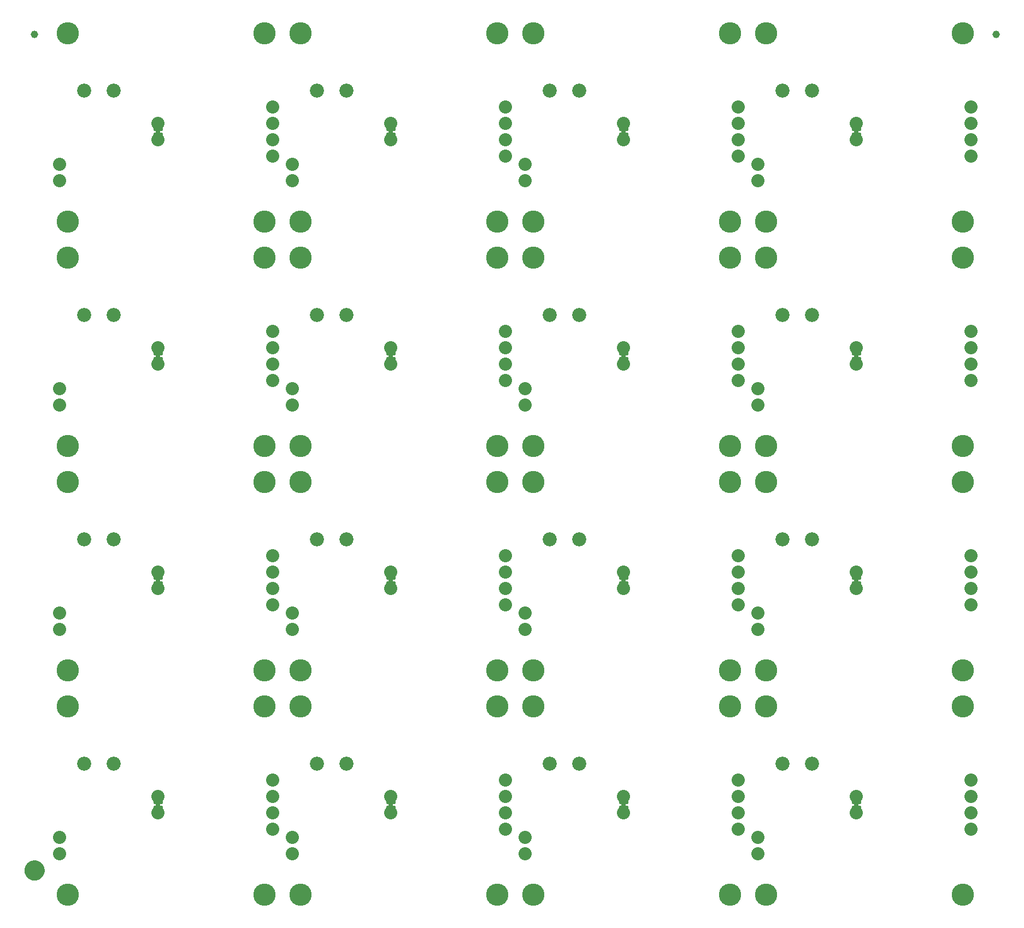
<source format=gbs>
G04 EAGLE Gerber RS-274X export*
G75*
%MOMM*%
%FSLAX34Y34*%
%LPD*%
%INSoldermask Bottom*%
%IPPOS*%
%AMOC8*
5,1,8,0,0,1.08239X$1,22.5*%
G01*
%ADD10C,3.454400*%
%ADD11C,2.184400*%
%ADD12C,2.032000*%
%ADD13C,0.251966*%
%ADD14C,1.152400*%
%ADD15C,1.270000*%
%ADD16C,1.652400*%

G36*
X528639Y1206512D02*
X528639Y1206512D01*
X528705Y1206514D01*
X528748Y1206532D01*
X528795Y1206540D01*
X528852Y1206574D01*
X528912Y1206599D01*
X528947Y1206630D01*
X528988Y1206655D01*
X529030Y1206706D01*
X529078Y1206750D01*
X529100Y1206792D01*
X529129Y1206829D01*
X529150Y1206891D01*
X529181Y1206950D01*
X529189Y1207004D01*
X529201Y1207041D01*
X529200Y1207081D01*
X529208Y1207135D01*
X529208Y1210945D01*
X529197Y1211010D01*
X529195Y1211076D01*
X529177Y1211119D01*
X529169Y1211166D01*
X529135Y1211223D01*
X529110Y1211283D01*
X529079Y1211318D01*
X529054Y1211359D01*
X529003Y1211401D01*
X528959Y1211449D01*
X528917Y1211471D01*
X528880Y1211500D01*
X528818Y1211521D01*
X528759Y1211552D01*
X528705Y1211560D01*
X528668Y1211572D01*
X528628Y1211571D01*
X528574Y1211579D01*
X522986Y1211579D01*
X522921Y1211568D01*
X522855Y1211566D01*
X522812Y1211548D01*
X522765Y1211540D01*
X522708Y1211506D01*
X522648Y1211481D01*
X522613Y1211450D01*
X522572Y1211425D01*
X522531Y1211374D01*
X522482Y1211330D01*
X522460Y1211288D01*
X522431Y1211251D01*
X522410Y1211189D01*
X522379Y1211130D01*
X522371Y1211076D01*
X522359Y1211039D01*
X522359Y1211035D01*
X522359Y1211034D01*
X522360Y1210999D01*
X522352Y1210945D01*
X522352Y1207135D01*
X522363Y1207070D01*
X522365Y1207004D01*
X522383Y1206961D01*
X522391Y1206914D01*
X522425Y1206857D01*
X522450Y1206797D01*
X522481Y1206762D01*
X522506Y1206721D01*
X522557Y1206680D01*
X522601Y1206631D01*
X522643Y1206609D01*
X522680Y1206580D01*
X522742Y1206559D01*
X522801Y1206528D01*
X522855Y1206520D01*
X522892Y1206508D01*
X522932Y1206509D01*
X522986Y1206501D01*
X528574Y1206501D01*
X528639Y1206512D01*
G37*
G36*
X167959Y1206512D02*
X167959Y1206512D01*
X168025Y1206514D01*
X168068Y1206532D01*
X168115Y1206540D01*
X168172Y1206574D01*
X168232Y1206599D01*
X168267Y1206630D01*
X168308Y1206655D01*
X168350Y1206706D01*
X168398Y1206750D01*
X168420Y1206792D01*
X168449Y1206829D01*
X168470Y1206891D01*
X168501Y1206950D01*
X168509Y1207004D01*
X168521Y1207041D01*
X168520Y1207081D01*
X168528Y1207135D01*
X168528Y1210945D01*
X168517Y1211010D01*
X168515Y1211076D01*
X168497Y1211119D01*
X168489Y1211166D01*
X168455Y1211223D01*
X168430Y1211283D01*
X168399Y1211318D01*
X168374Y1211359D01*
X168323Y1211401D01*
X168279Y1211449D01*
X168237Y1211471D01*
X168200Y1211500D01*
X168138Y1211521D01*
X168079Y1211552D01*
X168025Y1211560D01*
X167988Y1211572D01*
X167948Y1211571D01*
X167894Y1211579D01*
X162306Y1211579D01*
X162241Y1211568D01*
X162175Y1211566D01*
X162132Y1211548D01*
X162085Y1211540D01*
X162028Y1211506D01*
X161968Y1211481D01*
X161933Y1211450D01*
X161892Y1211425D01*
X161851Y1211374D01*
X161802Y1211330D01*
X161780Y1211288D01*
X161751Y1211251D01*
X161730Y1211189D01*
X161699Y1211130D01*
X161691Y1211076D01*
X161679Y1211039D01*
X161679Y1211035D01*
X161679Y1211034D01*
X161680Y1210999D01*
X161672Y1210945D01*
X161672Y1207135D01*
X161683Y1207070D01*
X161685Y1207004D01*
X161703Y1206961D01*
X161711Y1206914D01*
X161745Y1206857D01*
X161770Y1206797D01*
X161801Y1206762D01*
X161826Y1206721D01*
X161877Y1206680D01*
X161921Y1206631D01*
X161963Y1206609D01*
X162000Y1206580D01*
X162062Y1206559D01*
X162121Y1206528D01*
X162175Y1206520D01*
X162212Y1206508D01*
X162252Y1206509D01*
X162306Y1206501D01*
X167894Y1206501D01*
X167959Y1206512D01*
G37*
G36*
X1249999Y1206512D02*
X1249999Y1206512D01*
X1250065Y1206514D01*
X1250108Y1206532D01*
X1250155Y1206540D01*
X1250212Y1206574D01*
X1250272Y1206599D01*
X1250307Y1206630D01*
X1250348Y1206655D01*
X1250390Y1206706D01*
X1250438Y1206750D01*
X1250460Y1206792D01*
X1250489Y1206829D01*
X1250510Y1206891D01*
X1250541Y1206950D01*
X1250549Y1207004D01*
X1250561Y1207041D01*
X1250560Y1207081D01*
X1250568Y1207135D01*
X1250568Y1210945D01*
X1250557Y1211010D01*
X1250555Y1211076D01*
X1250537Y1211119D01*
X1250529Y1211166D01*
X1250495Y1211223D01*
X1250470Y1211283D01*
X1250439Y1211318D01*
X1250414Y1211359D01*
X1250363Y1211401D01*
X1250319Y1211449D01*
X1250277Y1211471D01*
X1250240Y1211500D01*
X1250178Y1211521D01*
X1250119Y1211552D01*
X1250065Y1211560D01*
X1250028Y1211572D01*
X1249988Y1211571D01*
X1249934Y1211579D01*
X1244346Y1211579D01*
X1244281Y1211568D01*
X1244215Y1211566D01*
X1244172Y1211548D01*
X1244125Y1211540D01*
X1244068Y1211506D01*
X1244008Y1211481D01*
X1243973Y1211450D01*
X1243932Y1211425D01*
X1243891Y1211374D01*
X1243842Y1211330D01*
X1243820Y1211288D01*
X1243791Y1211251D01*
X1243770Y1211189D01*
X1243739Y1211130D01*
X1243731Y1211076D01*
X1243719Y1211039D01*
X1243719Y1211035D01*
X1243719Y1211034D01*
X1243720Y1210999D01*
X1243712Y1210945D01*
X1243712Y1207135D01*
X1243723Y1207070D01*
X1243725Y1207004D01*
X1243743Y1206961D01*
X1243751Y1206914D01*
X1243785Y1206857D01*
X1243810Y1206797D01*
X1243841Y1206762D01*
X1243866Y1206721D01*
X1243917Y1206680D01*
X1243961Y1206631D01*
X1244003Y1206609D01*
X1244040Y1206580D01*
X1244102Y1206559D01*
X1244161Y1206528D01*
X1244215Y1206520D01*
X1244252Y1206508D01*
X1244292Y1206509D01*
X1244346Y1206501D01*
X1249934Y1206501D01*
X1249999Y1206512D01*
G37*
G36*
X889319Y1206512D02*
X889319Y1206512D01*
X889385Y1206514D01*
X889428Y1206532D01*
X889475Y1206540D01*
X889532Y1206574D01*
X889592Y1206599D01*
X889627Y1206630D01*
X889668Y1206655D01*
X889710Y1206706D01*
X889758Y1206750D01*
X889780Y1206792D01*
X889809Y1206829D01*
X889830Y1206891D01*
X889861Y1206950D01*
X889869Y1207004D01*
X889881Y1207041D01*
X889880Y1207081D01*
X889888Y1207135D01*
X889888Y1210945D01*
X889877Y1211010D01*
X889875Y1211076D01*
X889857Y1211119D01*
X889849Y1211166D01*
X889815Y1211223D01*
X889790Y1211283D01*
X889759Y1211318D01*
X889734Y1211359D01*
X889683Y1211401D01*
X889639Y1211449D01*
X889597Y1211471D01*
X889560Y1211500D01*
X889498Y1211521D01*
X889439Y1211552D01*
X889385Y1211560D01*
X889348Y1211572D01*
X889308Y1211571D01*
X889254Y1211579D01*
X883666Y1211579D01*
X883601Y1211568D01*
X883535Y1211566D01*
X883492Y1211548D01*
X883445Y1211540D01*
X883388Y1211506D01*
X883328Y1211481D01*
X883293Y1211450D01*
X883252Y1211425D01*
X883211Y1211374D01*
X883162Y1211330D01*
X883140Y1211288D01*
X883111Y1211251D01*
X883090Y1211189D01*
X883059Y1211130D01*
X883051Y1211076D01*
X883039Y1211039D01*
X883039Y1211035D01*
X883039Y1211034D01*
X883040Y1210999D01*
X883032Y1210945D01*
X883032Y1207135D01*
X883043Y1207070D01*
X883045Y1207004D01*
X883063Y1206961D01*
X883071Y1206914D01*
X883105Y1206857D01*
X883130Y1206797D01*
X883161Y1206762D01*
X883186Y1206721D01*
X883237Y1206680D01*
X883281Y1206631D01*
X883323Y1206609D01*
X883360Y1206580D01*
X883422Y1206559D01*
X883481Y1206528D01*
X883535Y1206520D01*
X883572Y1206508D01*
X883612Y1206509D01*
X883666Y1206501D01*
X889254Y1206501D01*
X889319Y1206512D01*
G37*
G36*
X1249999Y858532D02*
X1249999Y858532D01*
X1250065Y858534D01*
X1250108Y858552D01*
X1250155Y858560D01*
X1250212Y858594D01*
X1250272Y858619D01*
X1250307Y858650D01*
X1250348Y858675D01*
X1250390Y858726D01*
X1250438Y858770D01*
X1250460Y858812D01*
X1250489Y858849D01*
X1250510Y858911D01*
X1250541Y858970D01*
X1250549Y859024D01*
X1250561Y859061D01*
X1250560Y859101D01*
X1250568Y859155D01*
X1250568Y862965D01*
X1250557Y863030D01*
X1250555Y863096D01*
X1250537Y863139D01*
X1250529Y863186D01*
X1250495Y863243D01*
X1250470Y863303D01*
X1250439Y863338D01*
X1250414Y863379D01*
X1250363Y863421D01*
X1250319Y863469D01*
X1250277Y863491D01*
X1250240Y863520D01*
X1250178Y863541D01*
X1250119Y863572D01*
X1250065Y863580D01*
X1250028Y863592D01*
X1249988Y863591D01*
X1249934Y863599D01*
X1244346Y863599D01*
X1244281Y863588D01*
X1244215Y863586D01*
X1244172Y863568D01*
X1244125Y863560D01*
X1244068Y863526D01*
X1244008Y863501D01*
X1243973Y863470D01*
X1243932Y863445D01*
X1243891Y863394D01*
X1243842Y863350D01*
X1243820Y863308D01*
X1243791Y863271D01*
X1243770Y863209D01*
X1243739Y863150D01*
X1243731Y863096D01*
X1243719Y863059D01*
X1243719Y863055D01*
X1243719Y863054D01*
X1243720Y863019D01*
X1243712Y862965D01*
X1243712Y859155D01*
X1243723Y859090D01*
X1243725Y859024D01*
X1243743Y858981D01*
X1243751Y858934D01*
X1243785Y858877D01*
X1243810Y858817D01*
X1243841Y858782D01*
X1243866Y858741D01*
X1243917Y858700D01*
X1243961Y858651D01*
X1244003Y858629D01*
X1244040Y858600D01*
X1244102Y858579D01*
X1244161Y858548D01*
X1244215Y858540D01*
X1244252Y858528D01*
X1244292Y858529D01*
X1244346Y858521D01*
X1249934Y858521D01*
X1249999Y858532D01*
G37*
G36*
X889319Y858532D02*
X889319Y858532D01*
X889385Y858534D01*
X889428Y858552D01*
X889475Y858560D01*
X889532Y858594D01*
X889592Y858619D01*
X889627Y858650D01*
X889668Y858675D01*
X889710Y858726D01*
X889758Y858770D01*
X889780Y858812D01*
X889809Y858849D01*
X889830Y858911D01*
X889861Y858970D01*
X889869Y859024D01*
X889881Y859061D01*
X889880Y859101D01*
X889888Y859155D01*
X889888Y862965D01*
X889877Y863030D01*
X889875Y863096D01*
X889857Y863139D01*
X889849Y863186D01*
X889815Y863243D01*
X889790Y863303D01*
X889759Y863338D01*
X889734Y863379D01*
X889683Y863421D01*
X889639Y863469D01*
X889597Y863491D01*
X889560Y863520D01*
X889498Y863541D01*
X889439Y863572D01*
X889385Y863580D01*
X889348Y863592D01*
X889308Y863591D01*
X889254Y863599D01*
X883666Y863599D01*
X883601Y863588D01*
X883535Y863586D01*
X883492Y863568D01*
X883445Y863560D01*
X883388Y863526D01*
X883328Y863501D01*
X883293Y863470D01*
X883252Y863445D01*
X883211Y863394D01*
X883162Y863350D01*
X883140Y863308D01*
X883111Y863271D01*
X883090Y863209D01*
X883059Y863150D01*
X883051Y863096D01*
X883039Y863059D01*
X883039Y863055D01*
X883039Y863054D01*
X883040Y863019D01*
X883032Y862965D01*
X883032Y859155D01*
X883043Y859090D01*
X883045Y859024D01*
X883063Y858981D01*
X883071Y858934D01*
X883105Y858877D01*
X883130Y858817D01*
X883161Y858782D01*
X883186Y858741D01*
X883237Y858700D01*
X883281Y858651D01*
X883323Y858629D01*
X883360Y858600D01*
X883422Y858579D01*
X883481Y858548D01*
X883535Y858540D01*
X883572Y858528D01*
X883612Y858529D01*
X883666Y858521D01*
X889254Y858521D01*
X889319Y858532D01*
G37*
G36*
X528639Y858532D02*
X528639Y858532D01*
X528705Y858534D01*
X528748Y858552D01*
X528795Y858560D01*
X528852Y858594D01*
X528912Y858619D01*
X528947Y858650D01*
X528988Y858675D01*
X529030Y858726D01*
X529078Y858770D01*
X529100Y858812D01*
X529129Y858849D01*
X529150Y858911D01*
X529181Y858970D01*
X529189Y859024D01*
X529201Y859061D01*
X529200Y859101D01*
X529208Y859155D01*
X529208Y862965D01*
X529197Y863030D01*
X529195Y863096D01*
X529177Y863139D01*
X529169Y863186D01*
X529135Y863243D01*
X529110Y863303D01*
X529079Y863338D01*
X529054Y863379D01*
X529003Y863421D01*
X528959Y863469D01*
X528917Y863491D01*
X528880Y863520D01*
X528818Y863541D01*
X528759Y863572D01*
X528705Y863580D01*
X528668Y863592D01*
X528628Y863591D01*
X528574Y863599D01*
X522986Y863599D01*
X522921Y863588D01*
X522855Y863586D01*
X522812Y863568D01*
X522765Y863560D01*
X522708Y863526D01*
X522648Y863501D01*
X522613Y863470D01*
X522572Y863445D01*
X522531Y863394D01*
X522482Y863350D01*
X522460Y863308D01*
X522431Y863271D01*
X522410Y863209D01*
X522379Y863150D01*
X522371Y863096D01*
X522359Y863059D01*
X522359Y863055D01*
X522359Y863054D01*
X522360Y863019D01*
X522352Y862965D01*
X522352Y859155D01*
X522363Y859090D01*
X522365Y859024D01*
X522383Y858981D01*
X522391Y858934D01*
X522425Y858877D01*
X522450Y858817D01*
X522481Y858782D01*
X522506Y858741D01*
X522557Y858700D01*
X522601Y858651D01*
X522643Y858629D01*
X522680Y858600D01*
X522742Y858579D01*
X522801Y858548D01*
X522855Y858540D01*
X522892Y858528D01*
X522932Y858529D01*
X522986Y858521D01*
X528574Y858521D01*
X528639Y858532D01*
G37*
G36*
X167959Y858532D02*
X167959Y858532D01*
X168025Y858534D01*
X168068Y858552D01*
X168115Y858560D01*
X168172Y858594D01*
X168232Y858619D01*
X168267Y858650D01*
X168308Y858675D01*
X168350Y858726D01*
X168398Y858770D01*
X168420Y858812D01*
X168449Y858849D01*
X168470Y858911D01*
X168501Y858970D01*
X168509Y859024D01*
X168521Y859061D01*
X168520Y859101D01*
X168528Y859155D01*
X168528Y862965D01*
X168517Y863030D01*
X168515Y863096D01*
X168497Y863139D01*
X168489Y863186D01*
X168455Y863243D01*
X168430Y863303D01*
X168399Y863338D01*
X168374Y863379D01*
X168323Y863421D01*
X168279Y863469D01*
X168237Y863491D01*
X168200Y863520D01*
X168138Y863541D01*
X168079Y863572D01*
X168025Y863580D01*
X167988Y863592D01*
X167948Y863591D01*
X167894Y863599D01*
X162306Y863599D01*
X162241Y863588D01*
X162175Y863586D01*
X162132Y863568D01*
X162085Y863560D01*
X162028Y863526D01*
X161968Y863501D01*
X161933Y863470D01*
X161892Y863445D01*
X161851Y863394D01*
X161802Y863350D01*
X161780Y863308D01*
X161751Y863271D01*
X161730Y863209D01*
X161699Y863150D01*
X161691Y863096D01*
X161679Y863059D01*
X161679Y863055D01*
X161679Y863054D01*
X161680Y863019D01*
X161672Y862965D01*
X161672Y859155D01*
X161683Y859090D01*
X161685Y859024D01*
X161703Y858981D01*
X161711Y858934D01*
X161745Y858877D01*
X161770Y858817D01*
X161801Y858782D01*
X161826Y858741D01*
X161877Y858700D01*
X161921Y858651D01*
X161963Y858629D01*
X162000Y858600D01*
X162062Y858579D01*
X162121Y858548D01*
X162175Y858540D01*
X162212Y858528D01*
X162252Y858529D01*
X162306Y858521D01*
X167894Y858521D01*
X167959Y858532D01*
G37*
G36*
X1249999Y510552D02*
X1249999Y510552D01*
X1250065Y510554D01*
X1250108Y510572D01*
X1250155Y510580D01*
X1250212Y510614D01*
X1250272Y510639D01*
X1250307Y510670D01*
X1250348Y510695D01*
X1250390Y510746D01*
X1250438Y510790D01*
X1250460Y510832D01*
X1250489Y510869D01*
X1250510Y510931D01*
X1250541Y510990D01*
X1250549Y511044D01*
X1250561Y511081D01*
X1250560Y511121D01*
X1250568Y511175D01*
X1250568Y514985D01*
X1250557Y515050D01*
X1250555Y515116D01*
X1250537Y515159D01*
X1250529Y515206D01*
X1250495Y515263D01*
X1250470Y515323D01*
X1250439Y515358D01*
X1250414Y515399D01*
X1250363Y515441D01*
X1250319Y515489D01*
X1250277Y515511D01*
X1250240Y515540D01*
X1250178Y515561D01*
X1250119Y515592D01*
X1250065Y515600D01*
X1250028Y515612D01*
X1249988Y515611D01*
X1249934Y515619D01*
X1244346Y515619D01*
X1244281Y515608D01*
X1244215Y515606D01*
X1244172Y515588D01*
X1244125Y515580D01*
X1244068Y515546D01*
X1244008Y515521D01*
X1243973Y515490D01*
X1243932Y515465D01*
X1243891Y515414D01*
X1243842Y515370D01*
X1243820Y515328D01*
X1243791Y515291D01*
X1243770Y515229D01*
X1243739Y515170D01*
X1243731Y515116D01*
X1243719Y515079D01*
X1243719Y515075D01*
X1243719Y515074D01*
X1243720Y515039D01*
X1243712Y514985D01*
X1243712Y511175D01*
X1243723Y511110D01*
X1243725Y511044D01*
X1243743Y511001D01*
X1243751Y510954D01*
X1243785Y510897D01*
X1243810Y510837D01*
X1243841Y510802D01*
X1243866Y510761D01*
X1243917Y510720D01*
X1243961Y510671D01*
X1244003Y510649D01*
X1244040Y510620D01*
X1244102Y510599D01*
X1244161Y510568D01*
X1244215Y510560D01*
X1244252Y510548D01*
X1244292Y510549D01*
X1244346Y510541D01*
X1249934Y510541D01*
X1249999Y510552D01*
G37*
G36*
X889319Y510552D02*
X889319Y510552D01*
X889385Y510554D01*
X889428Y510572D01*
X889475Y510580D01*
X889532Y510614D01*
X889592Y510639D01*
X889627Y510670D01*
X889668Y510695D01*
X889710Y510746D01*
X889758Y510790D01*
X889780Y510832D01*
X889809Y510869D01*
X889830Y510931D01*
X889861Y510990D01*
X889869Y511044D01*
X889881Y511081D01*
X889880Y511121D01*
X889888Y511175D01*
X889888Y514985D01*
X889877Y515050D01*
X889875Y515116D01*
X889857Y515159D01*
X889849Y515206D01*
X889815Y515263D01*
X889790Y515323D01*
X889759Y515358D01*
X889734Y515399D01*
X889683Y515441D01*
X889639Y515489D01*
X889597Y515511D01*
X889560Y515540D01*
X889498Y515561D01*
X889439Y515592D01*
X889385Y515600D01*
X889348Y515612D01*
X889308Y515611D01*
X889254Y515619D01*
X883666Y515619D01*
X883601Y515608D01*
X883535Y515606D01*
X883492Y515588D01*
X883445Y515580D01*
X883388Y515546D01*
X883328Y515521D01*
X883293Y515490D01*
X883252Y515465D01*
X883211Y515414D01*
X883162Y515370D01*
X883140Y515328D01*
X883111Y515291D01*
X883090Y515229D01*
X883059Y515170D01*
X883051Y515116D01*
X883039Y515079D01*
X883039Y515075D01*
X883039Y515074D01*
X883040Y515039D01*
X883032Y514985D01*
X883032Y511175D01*
X883043Y511110D01*
X883045Y511044D01*
X883063Y511001D01*
X883071Y510954D01*
X883105Y510897D01*
X883130Y510837D01*
X883161Y510802D01*
X883186Y510761D01*
X883237Y510720D01*
X883281Y510671D01*
X883323Y510649D01*
X883360Y510620D01*
X883422Y510599D01*
X883481Y510568D01*
X883535Y510560D01*
X883572Y510548D01*
X883612Y510549D01*
X883666Y510541D01*
X889254Y510541D01*
X889319Y510552D01*
G37*
G36*
X528639Y510552D02*
X528639Y510552D01*
X528705Y510554D01*
X528748Y510572D01*
X528795Y510580D01*
X528852Y510614D01*
X528912Y510639D01*
X528947Y510670D01*
X528988Y510695D01*
X529030Y510746D01*
X529078Y510790D01*
X529100Y510832D01*
X529129Y510869D01*
X529150Y510931D01*
X529181Y510990D01*
X529189Y511044D01*
X529201Y511081D01*
X529200Y511121D01*
X529208Y511175D01*
X529208Y514985D01*
X529197Y515050D01*
X529195Y515116D01*
X529177Y515159D01*
X529169Y515206D01*
X529135Y515263D01*
X529110Y515323D01*
X529079Y515358D01*
X529054Y515399D01*
X529003Y515441D01*
X528959Y515489D01*
X528917Y515511D01*
X528880Y515540D01*
X528818Y515561D01*
X528759Y515592D01*
X528705Y515600D01*
X528668Y515612D01*
X528628Y515611D01*
X528574Y515619D01*
X522986Y515619D01*
X522921Y515608D01*
X522855Y515606D01*
X522812Y515588D01*
X522765Y515580D01*
X522708Y515546D01*
X522648Y515521D01*
X522613Y515490D01*
X522572Y515465D01*
X522531Y515414D01*
X522482Y515370D01*
X522460Y515328D01*
X522431Y515291D01*
X522410Y515229D01*
X522379Y515170D01*
X522371Y515116D01*
X522359Y515079D01*
X522359Y515075D01*
X522359Y515074D01*
X522360Y515039D01*
X522352Y514985D01*
X522352Y511175D01*
X522363Y511110D01*
X522365Y511044D01*
X522383Y511001D01*
X522391Y510954D01*
X522425Y510897D01*
X522450Y510837D01*
X522481Y510802D01*
X522506Y510761D01*
X522557Y510720D01*
X522601Y510671D01*
X522643Y510649D01*
X522680Y510620D01*
X522742Y510599D01*
X522801Y510568D01*
X522855Y510560D01*
X522892Y510548D01*
X522932Y510549D01*
X522986Y510541D01*
X528574Y510541D01*
X528639Y510552D01*
G37*
G36*
X167959Y510552D02*
X167959Y510552D01*
X168025Y510554D01*
X168068Y510572D01*
X168115Y510580D01*
X168172Y510614D01*
X168232Y510639D01*
X168267Y510670D01*
X168308Y510695D01*
X168350Y510746D01*
X168398Y510790D01*
X168420Y510832D01*
X168449Y510869D01*
X168470Y510931D01*
X168501Y510990D01*
X168509Y511044D01*
X168521Y511081D01*
X168520Y511121D01*
X168528Y511175D01*
X168528Y514985D01*
X168517Y515050D01*
X168515Y515116D01*
X168497Y515159D01*
X168489Y515206D01*
X168455Y515263D01*
X168430Y515323D01*
X168399Y515358D01*
X168374Y515399D01*
X168323Y515441D01*
X168279Y515489D01*
X168237Y515511D01*
X168200Y515540D01*
X168138Y515561D01*
X168079Y515592D01*
X168025Y515600D01*
X167988Y515612D01*
X167948Y515611D01*
X167894Y515619D01*
X162306Y515619D01*
X162241Y515608D01*
X162175Y515606D01*
X162132Y515588D01*
X162085Y515580D01*
X162028Y515546D01*
X161968Y515521D01*
X161933Y515490D01*
X161892Y515465D01*
X161851Y515414D01*
X161802Y515370D01*
X161780Y515328D01*
X161751Y515291D01*
X161730Y515229D01*
X161699Y515170D01*
X161691Y515116D01*
X161679Y515079D01*
X161679Y515075D01*
X161679Y515074D01*
X161680Y515039D01*
X161672Y514985D01*
X161672Y511175D01*
X161683Y511110D01*
X161685Y511044D01*
X161703Y511001D01*
X161711Y510954D01*
X161745Y510897D01*
X161770Y510837D01*
X161801Y510802D01*
X161826Y510761D01*
X161877Y510720D01*
X161921Y510671D01*
X161963Y510649D01*
X162000Y510620D01*
X162062Y510599D01*
X162121Y510568D01*
X162175Y510560D01*
X162212Y510548D01*
X162252Y510549D01*
X162306Y510541D01*
X167894Y510541D01*
X167959Y510552D01*
G37*
G36*
X1249999Y162572D02*
X1249999Y162572D01*
X1250065Y162574D01*
X1250108Y162592D01*
X1250155Y162600D01*
X1250212Y162634D01*
X1250272Y162659D01*
X1250307Y162690D01*
X1250348Y162715D01*
X1250390Y162766D01*
X1250438Y162810D01*
X1250460Y162852D01*
X1250489Y162889D01*
X1250510Y162951D01*
X1250541Y163010D01*
X1250549Y163064D01*
X1250561Y163101D01*
X1250560Y163141D01*
X1250568Y163195D01*
X1250568Y167005D01*
X1250557Y167070D01*
X1250555Y167136D01*
X1250537Y167179D01*
X1250529Y167226D01*
X1250495Y167283D01*
X1250470Y167343D01*
X1250439Y167378D01*
X1250414Y167419D01*
X1250363Y167461D01*
X1250319Y167509D01*
X1250277Y167531D01*
X1250240Y167560D01*
X1250178Y167581D01*
X1250119Y167612D01*
X1250065Y167620D01*
X1250028Y167632D01*
X1249988Y167631D01*
X1249934Y167639D01*
X1244346Y167639D01*
X1244281Y167628D01*
X1244215Y167626D01*
X1244172Y167608D01*
X1244125Y167600D01*
X1244068Y167566D01*
X1244008Y167541D01*
X1243973Y167510D01*
X1243932Y167485D01*
X1243891Y167434D01*
X1243842Y167390D01*
X1243820Y167348D01*
X1243791Y167311D01*
X1243770Y167249D01*
X1243739Y167190D01*
X1243731Y167136D01*
X1243719Y167099D01*
X1243719Y167095D01*
X1243719Y167094D01*
X1243720Y167059D01*
X1243712Y167005D01*
X1243712Y163195D01*
X1243723Y163130D01*
X1243725Y163064D01*
X1243743Y163021D01*
X1243751Y162974D01*
X1243785Y162917D01*
X1243810Y162857D01*
X1243841Y162822D01*
X1243866Y162781D01*
X1243917Y162740D01*
X1243961Y162691D01*
X1244003Y162669D01*
X1244040Y162640D01*
X1244102Y162619D01*
X1244161Y162588D01*
X1244215Y162580D01*
X1244252Y162568D01*
X1244292Y162569D01*
X1244346Y162561D01*
X1249934Y162561D01*
X1249999Y162572D01*
G37*
G36*
X889319Y162572D02*
X889319Y162572D01*
X889385Y162574D01*
X889428Y162592D01*
X889475Y162600D01*
X889532Y162634D01*
X889592Y162659D01*
X889627Y162690D01*
X889668Y162715D01*
X889710Y162766D01*
X889758Y162810D01*
X889780Y162852D01*
X889809Y162889D01*
X889830Y162951D01*
X889861Y163010D01*
X889869Y163064D01*
X889881Y163101D01*
X889880Y163141D01*
X889888Y163195D01*
X889888Y167005D01*
X889877Y167070D01*
X889875Y167136D01*
X889857Y167179D01*
X889849Y167226D01*
X889815Y167283D01*
X889790Y167343D01*
X889759Y167378D01*
X889734Y167419D01*
X889683Y167461D01*
X889639Y167509D01*
X889597Y167531D01*
X889560Y167560D01*
X889498Y167581D01*
X889439Y167612D01*
X889385Y167620D01*
X889348Y167632D01*
X889308Y167631D01*
X889254Y167639D01*
X883666Y167639D01*
X883601Y167628D01*
X883535Y167626D01*
X883492Y167608D01*
X883445Y167600D01*
X883388Y167566D01*
X883328Y167541D01*
X883293Y167510D01*
X883252Y167485D01*
X883211Y167434D01*
X883162Y167390D01*
X883140Y167348D01*
X883111Y167311D01*
X883090Y167249D01*
X883059Y167190D01*
X883051Y167136D01*
X883039Y167099D01*
X883039Y167095D01*
X883039Y167094D01*
X883040Y167059D01*
X883032Y167005D01*
X883032Y163195D01*
X883043Y163130D01*
X883045Y163064D01*
X883063Y163021D01*
X883071Y162974D01*
X883105Y162917D01*
X883130Y162857D01*
X883161Y162822D01*
X883186Y162781D01*
X883237Y162740D01*
X883281Y162691D01*
X883323Y162669D01*
X883360Y162640D01*
X883422Y162619D01*
X883481Y162588D01*
X883535Y162580D01*
X883572Y162568D01*
X883612Y162569D01*
X883666Y162561D01*
X889254Y162561D01*
X889319Y162572D01*
G37*
G36*
X528639Y162572D02*
X528639Y162572D01*
X528705Y162574D01*
X528748Y162592D01*
X528795Y162600D01*
X528852Y162634D01*
X528912Y162659D01*
X528947Y162690D01*
X528988Y162715D01*
X529030Y162766D01*
X529078Y162810D01*
X529100Y162852D01*
X529129Y162889D01*
X529150Y162951D01*
X529181Y163010D01*
X529189Y163064D01*
X529201Y163101D01*
X529200Y163141D01*
X529208Y163195D01*
X529208Y167005D01*
X529197Y167070D01*
X529195Y167136D01*
X529177Y167179D01*
X529169Y167226D01*
X529135Y167283D01*
X529110Y167343D01*
X529079Y167378D01*
X529054Y167419D01*
X529003Y167461D01*
X528959Y167509D01*
X528917Y167531D01*
X528880Y167560D01*
X528818Y167581D01*
X528759Y167612D01*
X528705Y167620D01*
X528668Y167632D01*
X528628Y167631D01*
X528574Y167639D01*
X522986Y167639D01*
X522921Y167628D01*
X522855Y167626D01*
X522812Y167608D01*
X522765Y167600D01*
X522708Y167566D01*
X522648Y167541D01*
X522613Y167510D01*
X522572Y167485D01*
X522531Y167434D01*
X522482Y167390D01*
X522460Y167348D01*
X522431Y167311D01*
X522410Y167249D01*
X522379Y167190D01*
X522371Y167136D01*
X522359Y167099D01*
X522359Y167095D01*
X522359Y167094D01*
X522360Y167059D01*
X522352Y167005D01*
X522352Y163195D01*
X522363Y163130D01*
X522365Y163064D01*
X522383Y163021D01*
X522391Y162974D01*
X522425Y162917D01*
X522450Y162857D01*
X522481Y162822D01*
X522506Y162781D01*
X522557Y162740D01*
X522601Y162691D01*
X522643Y162669D01*
X522680Y162640D01*
X522742Y162619D01*
X522801Y162588D01*
X522855Y162580D01*
X522892Y162568D01*
X522932Y162569D01*
X522986Y162561D01*
X528574Y162561D01*
X528639Y162572D01*
G37*
G36*
X167959Y162572D02*
X167959Y162572D01*
X168025Y162574D01*
X168068Y162592D01*
X168115Y162600D01*
X168172Y162634D01*
X168232Y162659D01*
X168267Y162690D01*
X168308Y162715D01*
X168350Y162766D01*
X168398Y162810D01*
X168420Y162852D01*
X168449Y162889D01*
X168470Y162951D01*
X168501Y163010D01*
X168509Y163064D01*
X168521Y163101D01*
X168520Y163141D01*
X168528Y163195D01*
X168528Y167005D01*
X168517Y167070D01*
X168515Y167136D01*
X168497Y167179D01*
X168489Y167226D01*
X168455Y167283D01*
X168430Y167343D01*
X168399Y167378D01*
X168374Y167419D01*
X168323Y167461D01*
X168279Y167509D01*
X168237Y167531D01*
X168200Y167560D01*
X168138Y167581D01*
X168079Y167612D01*
X168025Y167620D01*
X167988Y167632D01*
X167948Y167631D01*
X167894Y167639D01*
X162306Y167639D01*
X162241Y167628D01*
X162175Y167626D01*
X162132Y167608D01*
X162085Y167600D01*
X162028Y167566D01*
X161968Y167541D01*
X161933Y167510D01*
X161892Y167485D01*
X161851Y167434D01*
X161802Y167390D01*
X161780Y167348D01*
X161751Y167311D01*
X161730Y167249D01*
X161699Y167190D01*
X161691Y167136D01*
X161679Y167099D01*
X161679Y167095D01*
X161679Y167094D01*
X161680Y167059D01*
X161672Y167005D01*
X161672Y163195D01*
X161683Y163130D01*
X161685Y163064D01*
X161703Y163021D01*
X161711Y162974D01*
X161745Y162917D01*
X161770Y162857D01*
X161801Y162822D01*
X161826Y162781D01*
X161877Y162740D01*
X161921Y162691D01*
X161963Y162669D01*
X162000Y162640D01*
X162062Y162619D01*
X162121Y162588D01*
X162175Y162580D01*
X162212Y162568D01*
X162252Y162569D01*
X162306Y162561D01*
X167894Y162561D01*
X167959Y162572D01*
G37*
D10*
X25400Y25400D03*
X330200Y25400D03*
X330200Y317500D03*
X25400Y317500D03*
D11*
X50800Y228600D03*
X96520Y228600D03*
D12*
X342900Y203200D03*
X342900Y177800D03*
X342900Y152400D03*
X342900Y127000D03*
X12700Y88900D03*
X12700Y114300D03*
D13*
X159248Y167503D02*
X159248Y172857D01*
X170952Y172857D01*
X170952Y167503D01*
X159248Y167503D01*
X159248Y169897D02*
X170952Y169897D01*
X170952Y172291D02*
X159248Y172291D01*
X159248Y162697D02*
X159248Y157343D01*
X159248Y162697D02*
X170952Y162697D01*
X170952Y157343D01*
X159248Y157343D01*
X159248Y159737D02*
X170952Y159737D01*
X170952Y162131D02*
X159248Y162131D01*
D12*
X165100Y177800D03*
X165100Y152400D03*
D10*
X386080Y25400D03*
X690880Y25400D03*
X690880Y317500D03*
X386080Y317500D03*
D11*
X411480Y228600D03*
X457200Y228600D03*
D12*
X703580Y203200D03*
X703580Y177800D03*
X703580Y152400D03*
X703580Y127000D03*
X373380Y88900D03*
X373380Y114300D03*
D13*
X519928Y167503D02*
X519928Y172857D01*
X531632Y172857D01*
X531632Y167503D01*
X519928Y167503D01*
X519928Y169897D02*
X531632Y169897D01*
X531632Y172291D02*
X519928Y172291D01*
X519928Y162697D02*
X519928Y157343D01*
X519928Y162697D02*
X531632Y162697D01*
X531632Y157343D01*
X519928Y157343D01*
X519928Y159737D02*
X531632Y159737D01*
X531632Y162131D02*
X519928Y162131D01*
D12*
X525780Y177800D03*
X525780Y152400D03*
D10*
X746760Y25400D03*
X1051560Y25400D03*
X1051560Y317500D03*
X746760Y317500D03*
D11*
X772160Y228600D03*
X817880Y228600D03*
D12*
X1064260Y203200D03*
X1064260Y177800D03*
X1064260Y152400D03*
X1064260Y127000D03*
X734060Y88900D03*
X734060Y114300D03*
D13*
X880608Y167503D02*
X880608Y172857D01*
X892312Y172857D01*
X892312Y167503D01*
X880608Y167503D01*
X880608Y169897D02*
X892312Y169897D01*
X892312Y172291D02*
X880608Y172291D01*
X880608Y162697D02*
X880608Y157343D01*
X880608Y162697D02*
X892312Y162697D01*
X892312Y157343D01*
X880608Y157343D01*
X880608Y159737D02*
X892312Y159737D01*
X892312Y162131D02*
X880608Y162131D01*
D12*
X886460Y177800D03*
X886460Y152400D03*
D10*
X1107440Y25400D03*
X1412240Y25400D03*
X1412240Y317500D03*
X1107440Y317500D03*
D11*
X1132840Y228600D03*
X1178560Y228600D03*
D12*
X1424940Y203200D03*
X1424940Y177800D03*
X1424940Y152400D03*
X1424940Y127000D03*
X1094740Y88900D03*
X1094740Y114300D03*
D13*
X1241288Y167503D02*
X1241288Y172857D01*
X1252992Y172857D01*
X1252992Y167503D01*
X1241288Y167503D01*
X1241288Y169897D02*
X1252992Y169897D01*
X1252992Y172291D02*
X1241288Y172291D01*
X1241288Y162697D02*
X1241288Y157343D01*
X1241288Y162697D02*
X1252992Y162697D01*
X1252992Y157343D01*
X1241288Y157343D01*
X1241288Y159737D02*
X1252992Y159737D01*
X1252992Y162131D02*
X1241288Y162131D01*
D12*
X1247140Y177800D03*
X1247140Y152400D03*
D10*
X25400Y373380D03*
X330200Y373380D03*
X330200Y665480D03*
X25400Y665480D03*
D11*
X50800Y576580D03*
X96520Y576580D03*
D12*
X342900Y551180D03*
X342900Y525780D03*
X342900Y500380D03*
X342900Y474980D03*
X12700Y436880D03*
X12700Y462280D03*
D13*
X159248Y515483D02*
X159248Y520837D01*
X170952Y520837D01*
X170952Y515483D01*
X159248Y515483D01*
X159248Y517877D02*
X170952Y517877D01*
X170952Y520271D02*
X159248Y520271D01*
X159248Y510677D02*
X159248Y505323D01*
X159248Y510677D02*
X170952Y510677D01*
X170952Y505323D01*
X159248Y505323D01*
X159248Y507717D02*
X170952Y507717D01*
X170952Y510111D02*
X159248Y510111D01*
D12*
X165100Y525780D03*
X165100Y500380D03*
D10*
X386080Y373380D03*
X690880Y373380D03*
X690880Y665480D03*
X386080Y665480D03*
D11*
X411480Y576580D03*
X457200Y576580D03*
D12*
X703580Y551180D03*
X703580Y525780D03*
X703580Y500380D03*
X703580Y474980D03*
X373380Y436880D03*
X373380Y462280D03*
D13*
X519928Y515483D02*
X519928Y520837D01*
X531632Y520837D01*
X531632Y515483D01*
X519928Y515483D01*
X519928Y517877D02*
X531632Y517877D01*
X531632Y520271D02*
X519928Y520271D01*
X519928Y510677D02*
X519928Y505323D01*
X519928Y510677D02*
X531632Y510677D01*
X531632Y505323D01*
X519928Y505323D01*
X519928Y507717D02*
X531632Y507717D01*
X531632Y510111D02*
X519928Y510111D01*
D12*
X525780Y525780D03*
X525780Y500380D03*
D10*
X746760Y373380D03*
X1051560Y373380D03*
X1051560Y665480D03*
X746760Y665480D03*
D11*
X772160Y576580D03*
X817880Y576580D03*
D12*
X1064260Y551180D03*
X1064260Y525780D03*
X1064260Y500380D03*
X1064260Y474980D03*
X734060Y436880D03*
X734060Y462280D03*
D13*
X880608Y515483D02*
X880608Y520837D01*
X892312Y520837D01*
X892312Y515483D01*
X880608Y515483D01*
X880608Y517877D02*
X892312Y517877D01*
X892312Y520271D02*
X880608Y520271D01*
X880608Y510677D02*
X880608Y505323D01*
X880608Y510677D02*
X892312Y510677D01*
X892312Y505323D01*
X880608Y505323D01*
X880608Y507717D02*
X892312Y507717D01*
X892312Y510111D02*
X880608Y510111D01*
D12*
X886460Y525780D03*
X886460Y500380D03*
D10*
X1107440Y373380D03*
X1412240Y373380D03*
X1412240Y665480D03*
X1107440Y665480D03*
D11*
X1132840Y576580D03*
X1178560Y576580D03*
D12*
X1424940Y551180D03*
X1424940Y525780D03*
X1424940Y500380D03*
X1424940Y474980D03*
X1094740Y436880D03*
X1094740Y462280D03*
D13*
X1241288Y515483D02*
X1241288Y520837D01*
X1252992Y520837D01*
X1252992Y515483D01*
X1241288Y515483D01*
X1241288Y517877D02*
X1252992Y517877D01*
X1252992Y520271D02*
X1241288Y520271D01*
X1241288Y510677D02*
X1241288Y505323D01*
X1241288Y510677D02*
X1252992Y510677D01*
X1252992Y505323D01*
X1241288Y505323D01*
X1241288Y507717D02*
X1252992Y507717D01*
X1252992Y510111D02*
X1241288Y510111D01*
D12*
X1247140Y525780D03*
X1247140Y500380D03*
D10*
X25400Y721360D03*
X330200Y721360D03*
X330200Y1013460D03*
X25400Y1013460D03*
D11*
X50800Y924560D03*
X96520Y924560D03*
D12*
X342900Y899160D03*
X342900Y873760D03*
X342900Y848360D03*
X342900Y822960D03*
X12700Y784860D03*
X12700Y810260D03*
D13*
X159248Y863463D02*
X159248Y868817D01*
X170952Y868817D01*
X170952Y863463D01*
X159248Y863463D01*
X159248Y865857D02*
X170952Y865857D01*
X170952Y868251D02*
X159248Y868251D01*
X159248Y858657D02*
X159248Y853303D01*
X159248Y858657D02*
X170952Y858657D01*
X170952Y853303D01*
X159248Y853303D01*
X159248Y855697D02*
X170952Y855697D01*
X170952Y858091D02*
X159248Y858091D01*
D12*
X165100Y873760D03*
X165100Y848360D03*
D10*
X386080Y721360D03*
X690880Y721360D03*
X690880Y1013460D03*
X386080Y1013460D03*
D11*
X411480Y924560D03*
X457200Y924560D03*
D12*
X703580Y899160D03*
X703580Y873760D03*
X703580Y848360D03*
X703580Y822960D03*
X373380Y784860D03*
X373380Y810260D03*
D13*
X519928Y863463D02*
X519928Y868817D01*
X531632Y868817D01*
X531632Y863463D01*
X519928Y863463D01*
X519928Y865857D02*
X531632Y865857D01*
X531632Y868251D02*
X519928Y868251D01*
X519928Y858657D02*
X519928Y853303D01*
X519928Y858657D02*
X531632Y858657D01*
X531632Y853303D01*
X519928Y853303D01*
X519928Y855697D02*
X531632Y855697D01*
X531632Y858091D02*
X519928Y858091D01*
D12*
X525780Y873760D03*
X525780Y848360D03*
D10*
X746760Y721360D03*
X1051560Y721360D03*
X1051560Y1013460D03*
X746760Y1013460D03*
D11*
X772160Y924560D03*
X817880Y924560D03*
D12*
X1064260Y899160D03*
X1064260Y873760D03*
X1064260Y848360D03*
X1064260Y822960D03*
X734060Y784860D03*
X734060Y810260D03*
D13*
X880608Y863463D02*
X880608Y868817D01*
X892312Y868817D01*
X892312Y863463D01*
X880608Y863463D01*
X880608Y865857D02*
X892312Y865857D01*
X892312Y868251D02*
X880608Y868251D01*
X880608Y858657D02*
X880608Y853303D01*
X880608Y858657D02*
X892312Y858657D01*
X892312Y853303D01*
X880608Y853303D01*
X880608Y855697D02*
X892312Y855697D01*
X892312Y858091D02*
X880608Y858091D01*
D12*
X886460Y873760D03*
X886460Y848360D03*
D10*
X1107440Y721360D03*
X1412240Y721360D03*
X1412240Y1013460D03*
X1107440Y1013460D03*
D11*
X1132840Y924560D03*
X1178560Y924560D03*
D12*
X1424940Y899160D03*
X1424940Y873760D03*
X1424940Y848360D03*
X1424940Y822960D03*
X1094740Y784860D03*
X1094740Y810260D03*
D13*
X1241288Y863463D02*
X1241288Y868817D01*
X1252992Y868817D01*
X1252992Y863463D01*
X1241288Y863463D01*
X1241288Y865857D02*
X1252992Y865857D01*
X1252992Y868251D02*
X1241288Y868251D01*
X1241288Y858657D02*
X1241288Y853303D01*
X1241288Y858657D02*
X1252992Y858657D01*
X1252992Y853303D01*
X1241288Y853303D01*
X1241288Y855697D02*
X1252992Y855697D01*
X1252992Y858091D02*
X1241288Y858091D01*
D12*
X1247140Y873760D03*
X1247140Y848360D03*
D10*
X25400Y1069340D03*
X330200Y1069340D03*
X330200Y1361440D03*
X25400Y1361440D03*
D11*
X50800Y1272540D03*
X96520Y1272540D03*
D12*
X342900Y1247140D03*
X342900Y1221740D03*
X342900Y1196340D03*
X342900Y1170940D03*
X12700Y1132840D03*
X12700Y1158240D03*
D13*
X159248Y1211443D02*
X159248Y1216797D01*
X170952Y1216797D01*
X170952Y1211443D01*
X159248Y1211443D01*
X159248Y1213837D02*
X170952Y1213837D01*
X170952Y1216231D02*
X159248Y1216231D01*
X159248Y1206637D02*
X159248Y1201283D01*
X159248Y1206637D02*
X170952Y1206637D01*
X170952Y1201283D01*
X159248Y1201283D01*
X159248Y1203677D02*
X170952Y1203677D01*
X170952Y1206071D02*
X159248Y1206071D01*
D12*
X165100Y1221740D03*
X165100Y1196340D03*
D10*
X386080Y1069340D03*
X690880Y1069340D03*
X690880Y1361440D03*
X386080Y1361440D03*
D11*
X411480Y1272540D03*
X457200Y1272540D03*
D12*
X703580Y1247140D03*
X703580Y1221740D03*
X703580Y1196340D03*
X703580Y1170940D03*
X373380Y1132840D03*
X373380Y1158240D03*
D13*
X519928Y1211443D02*
X519928Y1216797D01*
X531632Y1216797D01*
X531632Y1211443D01*
X519928Y1211443D01*
X519928Y1213837D02*
X531632Y1213837D01*
X531632Y1216231D02*
X519928Y1216231D01*
X519928Y1206637D02*
X519928Y1201283D01*
X519928Y1206637D02*
X531632Y1206637D01*
X531632Y1201283D01*
X519928Y1201283D01*
X519928Y1203677D02*
X531632Y1203677D01*
X531632Y1206071D02*
X519928Y1206071D01*
D12*
X525780Y1221740D03*
X525780Y1196340D03*
D10*
X746760Y1069340D03*
X1051560Y1069340D03*
X1051560Y1361440D03*
X746760Y1361440D03*
D11*
X772160Y1272540D03*
X817880Y1272540D03*
D12*
X1064260Y1247140D03*
X1064260Y1221740D03*
X1064260Y1196340D03*
X1064260Y1170940D03*
X734060Y1132840D03*
X734060Y1158240D03*
D13*
X880608Y1211443D02*
X880608Y1216797D01*
X892312Y1216797D01*
X892312Y1211443D01*
X880608Y1211443D01*
X880608Y1213837D02*
X892312Y1213837D01*
X892312Y1216231D02*
X880608Y1216231D01*
X880608Y1206637D02*
X880608Y1201283D01*
X880608Y1206637D02*
X892312Y1206637D01*
X892312Y1201283D01*
X880608Y1201283D01*
X880608Y1203677D02*
X892312Y1203677D01*
X892312Y1206071D02*
X880608Y1206071D01*
D12*
X886460Y1221740D03*
X886460Y1196340D03*
D10*
X1107440Y1069340D03*
X1412240Y1069340D03*
X1412240Y1361440D03*
X1107440Y1361440D03*
D11*
X1132840Y1272540D03*
X1178560Y1272540D03*
D12*
X1424940Y1247140D03*
X1424940Y1221740D03*
X1424940Y1196340D03*
X1424940Y1170940D03*
X1094740Y1132840D03*
X1094740Y1158240D03*
D13*
X1241288Y1211443D02*
X1241288Y1216797D01*
X1252992Y1216797D01*
X1252992Y1211443D01*
X1241288Y1211443D01*
X1241288Y1213837D02*
X1252992Y1213837D01*
X1252992Y1216231D02*
X1241288Y1216231D01*
X1241288Y1206637D02*
X1241288Y1201283D01*
X1241288Y1206637D02*
X1252992Y1206637D01*
X1252992Y1201283D01*
X1241288Y1201283D01*
X1241288Y1203677D02*
X1252992Y1203677D01*
X1252992Y1206071D02*
X1241288Y1206071D01*
D12*
X1247140Y1221740D03*
X1247140Y1196340D03*
D14*
X-26238Y1360170D03*
X1463878Y1360170D03*
D15*
X-35293Y63500D02*
X-35290Y63722D01*
X-35282Y63944D01*
X-35268Y64166D01*
X-35249Y64388D01*
X-35225Y64608D01*
X-35195Y64829D01*
X-35160Y65048D01*
X-35119Y65267D01*
X-35073Y65484D01*
X-35022Y65700D01*
X-34965Y65915D01*
X-34903Y66129D01*
X-34836Y66340D01*
X-34764Y66551D01*
X-34686Y66759D01*
X-34604Y66965D01*
X-34516Y67169D01*
X-34424Y67372D01*
X-34326Y67571D01*
X-34224Y67768D01*
X-34117Y67963D01*
X-34005Y68155D01*
X-33888Y68344D01*
X-33767Y68531D01*
X-33641Y68714D01*
X-33511Y68894D01*
X-33376Y69071D01*
X-33238Y69244D01*
X-33095Y69414D01*
X-32947Y69581D01*
X-32796Y69744D01*
X-32641Y69903D01*
X-32482Y70058D01*
X-32319Y70209D01*
X-32152Y70357D01*
X-31982Y70500D01*
X-31809Y70638D01*
X-31632Y70773D01*
X-31452Y70903D01*
X-31269Y71029D01*
X-31082Y71150D01*
X-30893Y71267D01*
X-30701Y71379D01*
X-30506Y71486D01*
X-30309Y71588D01*
X-30110Y71686D01*
X-29907Y71778D01*
X-29703Y71866D01*
X-29497Y71948D01*
X-29289Y72026D01*
X-29078Y72098D01*
X-28867Y72165D01*
X-28653Y72227D01*
X-28438Y72284D01*
X-28222Y72335D01*
X-28005Y72381D01*
X-27786Y72422D01*
X-27567Y72457D01*
X-27346Y72487D01*
X-27126Y72511D01*
X-26904Y72530D01*
X-26682Y72544D01*
X-26460Y72552D01*
X-26238Y72555D01*
X-26016Y72552D01*
X-25794Y72544D01*
X-25572Y72530D01*
X-25350Y72511D01*
X-25130Y72487D01*
X-24909Y72457D01*
X-24690Y72422D01*
X-24471Y72381D01*
X-24254Y72335D01*
X-24038Y72284D01*
X-23823Y72227D01*
X-23609Y72165D01*
X-23398Y72098D01*
X-23187Y72026D01*
X-22979Y71948D01*
X-22773Y71866D01*
X-22569Y71778D01*
X-22366Y71686D01*
X-22167Y71588D01*
X-21970Y71486D01*
X-21775Y71379D01*
X-21583Y71267D01*
X-21394Y71150D01*
X-21207Y71029D01*
X-21024Y70903D01*
X-20844Y70773D01*
X-20667Y70638D01*
X-20494Y70500D01*
X-20324Y70357D01*
X-20157Y70209D01*
X-19994Y70058D01*
X-19835Y69903D01*
X-19680Y69744D01*
X-19529Y69581D01*
X-19381Y69414D01*
X-19238Y69244D01*
X-19100Y69071D01*
X-18965Y68894D01*
X-18835Y68714D01*
X-18709Y68531D01*
X-18588Y68344D01*
X-18471Y68155D01*
X-18359Y67963D01*
X-18252Y67768D01*
X-18150Y67571D01*
X-18052Y67372D01*
X-17960Y67169D01*
X-17872Y66965D01*
X-17790Y66759D01*
X-17712Y66551D01*
X-17640Y66340D01*
X-17573Y66129D01*
X-17511Y65915D01*
X-17454Y65700D01*
X-17403Y65484D01*
X-17357Y65267D01*
X-17316Y65048D01*
X-17281Y64829D01*
X-17251Y64608D01*
X-17227Y64388D01*
X-17208Y64166D01*
X-17194Y63944D01*
X-17186Y63722D01*
X-17183Y63500D01*
X-17186Y63278D01*
X-17194Y63056D01*
X-17208Y62834D01*
X-17227Y62612D01*
X-17251Y62392D01*
X-17281Y62171D01*
X-17316Y61952D01*
X-17357Y61733D01*
X-17403Y61516D01*
X-17454Y61300D01*
X-17511Y61085D01*
X-17573Y60871D01*
X-17640Y60660D01*
X-17712Y60449D01*
X-17790Y60241D01*
X-17872Y60035D01*
X-17960Y59831D01*
X-18052Y59628D01*
X-18150Y59429D01*
X-18252Y59232D01*
X-18359Y59037D01*
X-18471Y58845D01*
X-18588Y58656D01*
X-18709Y58469D01*
X-18835Y58286D01*
X-18965Y58106D01*
X-19100Y57929D01*
X-19238Y57756D01*
X-19381Y57586D01*
X-19529Y57419D01*
X-19680Y57256D01*
X-19835Y57097D01*
X-19994Y56942D01*
X-20157Y56791D01*
X-20324Y56643D01*
X-20494Y56500D01*
X-20667Y56362D01*
X-20844Y56227D01*
X-21024Y56097D01*
X-21207Y55971D01*
X-21394Y55850D01*
X-21583Y55733D01*
X-21775Y55621D01*
X-21970Y55514D01*
X-22167Y55412D01*
X-22366Y55314D01*
X-22569Y55222D01*
X-22773Y55134D01*
X-22979Y55052D01*
X-23187Y54974D01*
X-23398Y54902D01*
X-23609Y54835D01*
X-23823Y54773D01*
X-24038Y54716D01*
X-24254Y54665D01*
X-24471Y54619D01*
X-24690Y54578D01*
X-24909Y54543D01*
X-25130Y54513D01*
X-25350Y54489D01*
X-25572Y54470D01*
X-25794Y54456D01*
X-26016Y54448D01*
X-26238Y54445D01*
X-26460Y54448D01*
X-26682Y54456D01*
X-26904Y54470D01*
X-27126Y54489D01*
X-27346Y54513D01*
X-27567Y54543D01*
X-27786Y54578D01*
X-28005Y54619D01*
X-28222Y54665D01*
X-28438Y54716D01*
X-28653Y54773D01*
X-28867Y54835D01*
X-29078Y54902D01*
X-29289Y54974D01*
X-29497Y55052D01*
X-29703Y55134D01*
X-29907Y55222D01*
X-30110Y55314D01*
X-30309Y55412D01*
X-30506Y55514D01*
X-30701Y55621D01*
X-30893Y55733D01*
X-31082Y55850D01*
X-31269Y55971D01*
X-31452Y56097D01*
X-31632Y56227D01*
X-31809Y56362D01*
X-31982Y56500D01*
X-32152Y56643D01*
X-32319Y56791D01*
X-32482Y56942D01*
X-32641Y57097D01*
X-32796Y57256D01*
X-32947Y57419D01*
X-33095Y57586D01*
X-33238Y57756D01*
X-33376Y57929D01*
X-33511Y58106D01*
X-33641Y58286D01*
X-33767Y58469D01*
X-33888Y58656D01*
X-34005Y58845D01*
X-34117Y59037D01*
X-34224Y59232D01*
X-34326Y59429D01*
X-34424Y59628D01*
X-34516Y59831D01*
X-34604Y60035D01*
X-34686Y60241D01*
X-34764Y60449D01*
X-34836Y60660D01*
X-34903Y60871D01*
X-34965Y61085D01*
X-35022Y61300D01*
X-35073Y61516D01*
X-35119Y61733D01*
X-35160Y61952D01*
X-35195Y62171D01*
X-35225Y62392D01*
X-35249Y62612D01*
X-35268Y62834D01*
X-35282Y63056D01*
X-35290Y63278D01*
X-35293Y63500D01*
D16*
X-26238Y63500D03*
M02*

</source>
